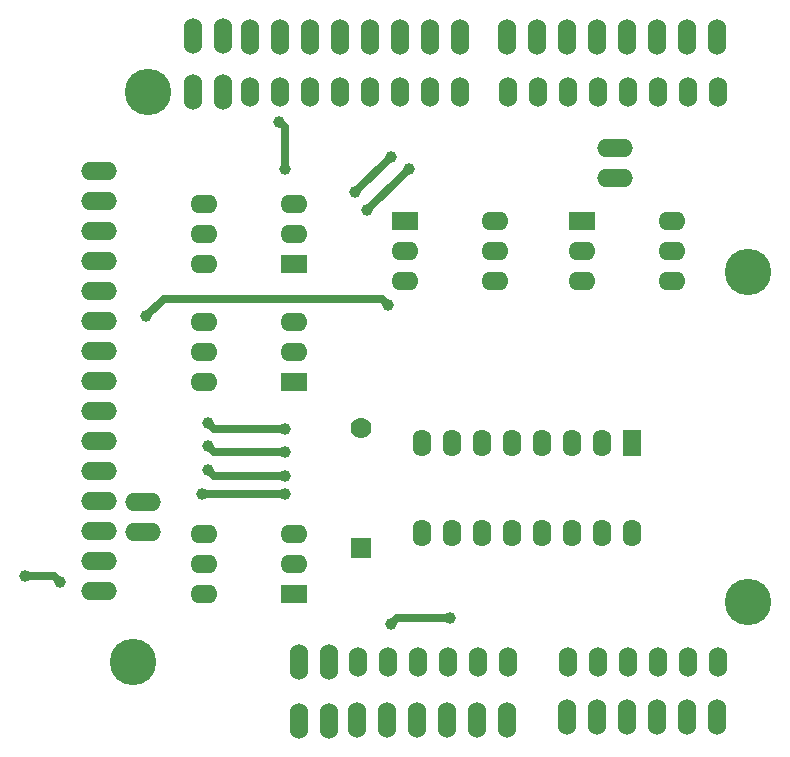
<source format=gtl>
G04 (created by PCBNEW (2013-07-07 BZR 4022)-stable) date 19-01-2019 19:24:24*
%MOIN*%
G04 Gerber Fmt 3.4, Leading zero omitted, Abs format*
%FSLAX34Y34*%
G01*
G70*
G90*
G04 APERTURE LIST*
%ADD10C,0.00590551*%
%ADD11O,0.12X0.06*%
%ADD12O,0.06X0.12*%
%ADD13R,0.09X0.062*%
%ADD14O,0.09X0.062*%
%ADD15R,0.062X0.09*%
%ADD16O,0.062X0.09*%
%ADD17C,0.07*%
%ADD18R,0.07X0.07*%
%ADD19O,0.06X0.1*%
%ADD20C,0.155*%
%ADD21C,0.0393701*%
%ADD22C,0.0255906*%
G04 APERTURE END LIST*
G54D10*
G54D11*
X63311Y-63889D03*
X63311Y-62889D03*
X63311Y-61889D03*
X63311Y-60889D03*
X63311Y-59889D03*
X63311Y-58889D03*
X63311Y-57889D03*
X63311Y-56889D03*
X63311Y-55889D03*
X63311Y-54889D03*
X63311Y-53889D03*
X63311Y-52889D03*
X63311Y-51889D03*
X63311Y-50889D03*
X63311Y-49889D03*
G54D12*
X76913Y-45397D03*
X77913Y-45397D03*
X78913Y-45397D03*
X79913Y-45397D03*
X80913Y-45397D03*
X81913Y-45397D03*
X82913Y-45397D03*
X83913Y-45397D03*
X68350Y-45397D03*
X69350Y-45397D03*
X70350Y-45397D03*
X71350Y-45397D03*
X72350Y-45397D03*
X73350Y-45397D03*
X74350Y-45397D03*
X75350Y-45397D03*
X76909Y-68185D03*
X75909Y-68185D03*
X74909Y-68185D03*
X73909Y-68185D03*
X72909Y-68185D03*
X71909Y-68185D03*
G54D11*
X80488Y-49098D03*
X80488Y-50098D03*
G54D12*
X66429Y-45374D03*
X67429Y-45374D03*
X69972Y-68208D03*
X70972Y-68208D03*
G54D11*
X64763Y-60917D03*
X64763Y-61917D03*
G54D13*
X69807Y-52968D03*
G54D14*
X69807Y-51968D03*
X69807Y-50968D03*
X66807Y-50968D03*
X66807Y-51968D03*
X66807Y-52968D03*
G54D13*
X69807Y-63992D03*
G54D14*
X69807Y-62992D03*
X69807Y-61992D03*
X66807Y-61992D03*
X66807Y-62992D03*
X66807Y-63992D03*
G54D13*
X69807Y-56905D03*
G54D14*
X69807Y-55905D03*
X69807Y-54905D03*
X66807Y-54905D03*
X66807Y-55905D03*
X66807Y-56905D03*
G54D13*
X73500Y-51559D03*
G54D14*
X73500Y-52559D03*
X73500Y-53559D03*
X76500Y-53559D03*
X76500Y-52559D03*
X76500Y-51559D03*
G54D13*
X79405Y-51559D03*
G54D14*
X79405Y-52559D03*
X79405Y-53559D03*
X82405Y-53559D03*
X82405Y-52559D03*
X82405Y-51559D03*
G54D15*
X81059Y-58933D03*
G54D16*
X80059Y-58933D03*
X79059Y-58933D03*
X78059Y-58933D03*
X77059Y-58933D03*
X76059Y-58933D03*
X75059Y-58933D03*
X74059Y-58933D03*
X74059Y-61933D03*
X75059Y-61933D03*
X76059Y-61933D03*
X77059Y-61933D03*
X78059Y-61933D03*
X79059Y-61933D03*
X80059Y-61933D03*
X81059Y-61933D03*
G54D17*
X72047Y-58433D03*
G54D18*
X72047Y-62433D03*
G54D19*
X83933Y-66240D03*
X82933Y-66240D03*
X81933Y-66240D03*
X78933Y-66240D03*
X79933Y-66240D03*
X80933Y-66240D03*
X76933Y-66240D03*
X75933Y-66240D03*
X74933Y-66240D03*
X72933Y-66240D03*
X71933Y-66240D03*
X83933Y-47240D03*
X82933Y-47240D03*
X81933Y-47240D03*
X80933Y-47240D03*
X79933Y-47240D03*
X78933Y-47240D03*
X77933Y-47240D03*
X76933Y-47240D03*
X75333Y-47240D03*
X74333Y-47240D03*
X73333Y-47240D03*
X72333Y-47240D03*
X71333Y-47240D03*
X70333Y-47240D03*
X69333Y-47240D03*
X68333Y-47240D03*
X73933Y-66240D03*
G54D20*
X84933Y-64240D03*
X84933Y-53240D03*
X64933Y-47240D03*
X64433Y-66240D03*
G54D12*
X83897Y-68086D03*
X82897Y-68086D03*
X81897Y-68086D03*
X80897Y-68086D03*
X79897Y-68086D03*
X78897Y-68086D03*
X69972Y-66240D03*
X70972Y-66240D03*
X66429Y-47244D03*
X67429Y-47244D03*
G54D21*
X69488Y-58464D03*
X66929Y-58267D03*
X72933Y-54330D03*
X64862Y-54724D03*
X62007Y-63582D03*
X60826Y-63385D03*
X69488Y-49803D03*
X69291Y-48228D03*
X75000Y-64763D03*
X73031Y-64960D03*
X73031Y-49409D03*
X71850Y-50590D03*
X73622Y-49803D03*
X72244Y-51181D03*
X69488Y-60039D03*
X66929Y-59842D03*
X69488Y-59251D03*
X66929Y-59055D03*
X69488Y-60629D03*
X66732Y-60629D03*
G54D22*
X67125Y-58464D02*
X69488Y-58464D01*
X66929Y-58267D02*
X67125Y-58464D01*
X72736Y-54133D02*
X72933Y-54330D01*
X65452Y-54133D02*
X72736Y-54133D01*
X64862Y-54724D02*
X65452Y-54133D01*
X62007Y-63582D02*
X61811Y-63385D01*
X61811Y-63385D02*
X60826Y-63385D01*
X69488Y-48425D02*
X69488Y-49803D01*
X69291Y-48228D02*
X69488Y-48425D01*
X73228Y-64763D02*
X75000Y-64763D01*
X73031Y-64960D02*
X73228Y-64763D01*
X71850Y-50590D02*
X73031Y-49409D01*
X73425Y-50000D02*
X73622Y-49803D01*
X72244Y-51181D02*
X73425Y-50000D01*
X67125Y-60039D02*
X69488Y-60039D01*
X66929Y-59842D02*
X67125Y-60039D01*
X67125Y-59251D02*
X69488Y-59251D01*
X66929Y-59055D02*
X67125Y-59251D01*
X66732Y-60629D02*
X69488Y-60629D01*
M02*

</source>
